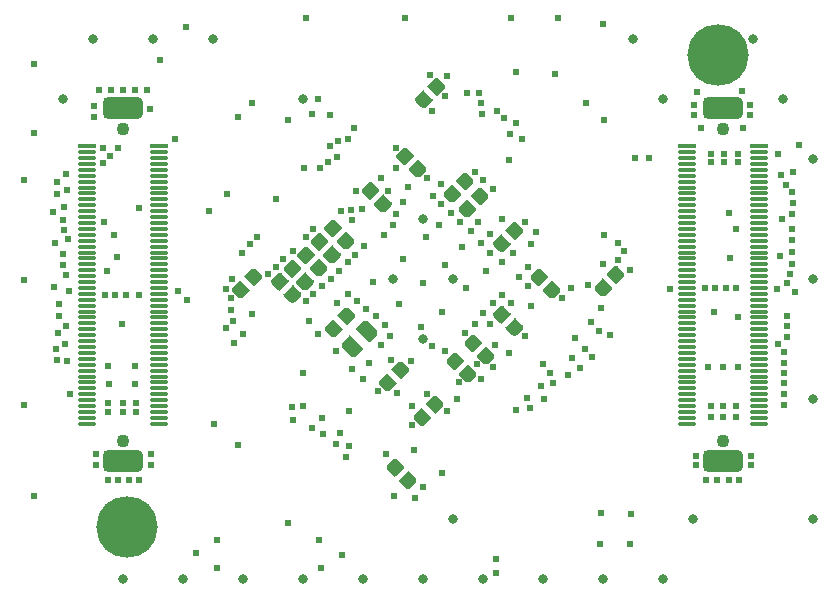
<source format=gbr>
%TF.GenerationSoftware,Altium Limited,Altium Designer,23.0.1 (38)*%
G04 Layer_Color=16711935*
%FSLAX45Y45*%
%MOMM*%
%TF.SameCoordinates,98E3409A-FA71-4B7D-AABF-4CEB4AF68500*%
%TF.FilePolarity,Negative*%
%TF.FileFunction,Soldermask,Bot*%
%TF.Part,Single*%
G01*
G75*
%TA.AperFunction,ComponentPad*%
%ADD29C,1.10000*%
%TA.AperFunction,ViaPad*%
%ADD30C,0.60960*%
%TA.AperFunction,SMDPad,CuDef*%
%ADD32O,1.60000X0.30000*%
%ADD33R,1.60000X0.30000*%
%TA.AperFunction,ComponentPad*%
%ADD52C,5.20320*%
%TA.AperFunction,ViaPad*%
%ADD53C,0.81280*%
%TA.AperFunction,SMDPad,CuDef*%
G04:AMPARAMS|DCode=54|XSize=1.8032mm|YSize=3.3032mm|CornerRadius=0.3016mm|HoleSize=0mm|Usage=FLASHONLY|Rotation=270.000|XOffset=0mm|YOffset=0mm|HoleType=Round|Shape=RoundedRectangle|*
%AMROUNDEDRECTD54*
21,1,1.80320,2.70000,0,0,270.0*
21,1,1.20000,3.30320,0,0,270.0*
1,1,0.60320,-1.35000,-0.60000*
1,1,0.60320,-1.35000,0.60000*
1,1,0.60320,1.35000,0.60000*
1,1,0.60320,1.35000,-0.60000*
%
%ADD54ROUNDEDRECTD54*%
G36*
X130194Y1699842D02*
X131501Y1699582D01*
X132762Y1699154D01*
X133956Y1698565D01*
X135064Y1697825D01*
X136065Y1696947D01*
X185647Y1647365D01*
X186525Y1646364D01*
X187265Y1645256D01*
X187854Y1644062D01*
X188282Y1642801D01*
X188542Y1641494D01*
X188629Y1640165D01*
Y1619036D01*
X188542Y1617707D01*
X188282Y1616401D01*
X187854Y1615140D01*
X187265Y1613945D01*
X186525Y1612838D01*
X185647Y1611837D01*
X129036Y1555226D01*
X128035Y1554348D01*
X126927Y1553608D01*
X125733Y1553019D01*
X124471Y1552591D01*
X123165Y1552331D01*
X121836Y1552244D01*
X120508Y1552331D01*
X119201Y1552591D01*
X117940Y1553019D01*
X116746Y1553608D01*
X115638Y1554348D01*
X114637Y1555226D01*
X43926Y1625937D01*
X43048Y1626938D01*
X42308Y1628046D01*
X41719Y1629240D01*
X41291Y1630501D01*
X41031Y1631808D01*
X40944Y1633136D01*
X41031Y1634465D01*
X41291Y1635772D01*
X41719Y1637033D01*
X41913Y1637428D01*
X42308Y1638227D01*
X43048Y1639335D01*
X43926Y1640336D01*
X100537Y1696947D01*
X101538Y1697825D01*
X102645Y1698565D01*
X103840Y1699154D01*
X105101Y1699582D01*
X106407Y1699842D01*
X107736Y1699929D01*
X128865D01*
X130194Y1699842D01*
D02*
G37*
G36*
X6492Y1597269D02*
X7799Y1597009D01*
X9060Y1596581D01*
X10254Y1595992D01*
X11362Y1595252D01*
X12363Y1594374D01*
X83074Y1523663D01*
X83952Y1522662D01*
X84692Y1521554D01*
X85281Y1520360D01*
X85709Y1519099D01*
X85969Y1517792D01*
X86056Y1516464D01*
X85969Y1515135D01*
X85709Y1513828D01*
X85281Y1512567D01*
X85087Y1512172D01*
X84692Y1511373D01*
X83952Y1510265D01*
X83074Y1509264D01*
X26463Y1452653D01*
X25462Y1451775D01*
X24355Y1451035D01*
X23160Y1450446D01*
X21899Y1450018D01*
X20593Y1449758D01*
X19264Y1449671D01*
X-1865D01*
X-3194Y1449758D01*
X-4500Y1450018D01*
X-5761Y1450446D01*
X-6956Y1451035D01*
X-8063Y1451775D01*
X-9065Y1452653D01*
X-58647Y1502235D01*
X-59525Y1503236D01*
X-60265Y1504344D01*
X-60854Y1505538D01*
X-61282Y1506799D01*
X-61542Y1508106D01*
X-61629Y1509435D01*
Y1530564D01*
X-61542Y1531893D01*
X-61282Y1533199D01*
X-60854Y1534460D01*
X-60265Y1535655D01*
X-59525Y1536762D01*
X-58647Y1537763D01*
X-2036Y1594374D01*
X-1035Y1595252D01*
X73Y1595992D01*
X1267Y1596581D01*
X2528Y1597009D01*
X3835Y1597269D01*
X5164Y1597356D01*
X6492Y1597269D01*
D02*
G37*
G36*
X-138739Y1109873D02*
X-137433Y1109613D01*
X-136171Y1109185D01*
X-134977Y1108596D01*
X-133869Y1107856D01*
X-132868Y1106978D01*
X-76257Y1050367D01*
X-75379Y1049366D01*
X-74639Y1048259D01*
X-74050Y1047064D01*
X-73622Y1045803D01*
X-73362Y1044497D01*
X-73275Y1043168D01*
X-73362Y1041839D01*
X-73622Y1040533D01*
X-74050Y1039271D01*
X-74639Y1038077D01*
X-75379Y1036969D01*
X-76257Y1035968D01*
X-146968Y965257D01*
X-147969Y964379D01*
X-149077Y963639D01*
X-150271Y963050D01*
X-151533Y962622D01*
X-152839Y962362D01*
X-154168Y962275D01*
X-155497Y962362D01*
X-156803Y962622D01*
X-158064Y963050D01*
X-158459Y963245D01*
X-159259Y963639D01*
X-160366Y964379D01*
X-161367Y965257D01*
X-217978Y1021868D01*
X-218856Y1022869D01*
X-219596Y1023977D01*
X-220185Y1025171D01*
X-220613Y1026433D01*
X-220873Y1027739D01*
X-220960Y1029068D01*
Y1050197D01*
X-220873Y1051525D01*
X-220613Y1052832D01*
X-220185Y1054093D01*
X-219596Y1055287D01*
X-218856Y1056395D01*
X-217978Y1057396D01*
X-168396Y1106978D01*
X-167395Y1107856D01*
X-166288Y1108596D01*
X-165093Y1109185D01*
X-163832Y1109613D01*
X-162526Y1109873D01*
X-161197Y1109960D01*
X-140068D01*
X-138739Y1109873D01*
D02*
G37*
G36*
X-36166Y1007301D02*
X-34860Y1007041D01*
X-33598Y1006613D01*
X-33204Y1006418D01*
X-32404Y1006024D01*
X-31297Y1005283D01*
X-30295Y1004405D01*
X26315Y947795D01*
X27193Y946793D01*
X27933Y945686D01*
X28523Y944492D01*
X28951Y943230D01*
X29211Y941924D01*
X29298Y940595D01*
Y919466D01*
X29211Y918137D01*
X28951Y916831D01*
X28523Y915570D01*
X27934Y914375D01*
X27193Y913268D01*
X26315Y912266D01*
X-23266Y862684D01*
X-24268Y861806D01*
X-25375Y861066D01*
X-26569Y860477D01*
X-27831Y860049D01*
X-29137Y859789D01*
X-30466Y859702D01*
X-51595D01*
X-52924Y859789D01*
X-54231Y860049D01*
X-55492Y860477D01*
X-56686Y861066D01*
X-57794Y861806D01*
X-58795Y862684D01*
X-115405Y919295D01*
X-116283Y920297D01*
X-117023Y921404D01*
X-117613Y922598D01*
X-118041Y923860D01*
X-118300Y925166D01*
X-118388Y926495D01*
X-118300Y927824D01*
X-118041Y929130D01*
X-117613Y930392D01*
X-117023Y931586D01*
X-116283Y932693D01*
X-115405Y933695D01*
X-44695Y1004405D01*
X-43693Y1005283D01*
X-42586Y1006024D01*
X-41392Y1006613D01*
X-40130Y1007041D01*
X-38824Y1007301D01*
X-37495Y1007388D01*
X-36166Y1007301D01*
D02*
G37*
G36*
X371494Y899742D02*
X372800Y899482D01*
X374061Y899054D01*
X375256Y898465D01*
X376363Y897725D01*
X377365Y896847D01*
X426947Y847265D01*
X427825Y846264D01*
X428565Y845156D01*
X429154Y843962D01*
X429582Y842701D01*
X429842Y841394D01*
X429929Y840065D01*
Y818936D01*
X429842Y817607D01*
X429582Y816301D01*
X429154Y815040D01*
X428565Y813845D01*
X427825Y812738D01*
X426947Y811737D01*
X370336Y755126D01*
X369335Y754248D01*
X368227Y753508D01*
X367033Y752919D01*
X365772Y752491D01*
X364465Y752231D01*
X363136Y752144D01*
X361808Y752231D01*
X360501Y752491D01*
X359240Y752919D01*
X358046Y753508D01*
X356938Y754248D01*
X355937Y755126D01*
X285226Y825837D01*
X284348Y826838D01*
X283608Y827946D01*
X283019Y829140D01*
X282591Y830401D01*
X282331Y831708D01*
X282244Y833036D01*
X282331Y834365D01*
X282591Y835672D01*
X283019Y836933D01*
X283213Y837328D01*
X283608Y838127D01*
X284348Y839235D01*
X285226Y840236D01*
X341837Y896847D01*
X342838Y897725D01*
X343945Y898465D01*
X345140Y899054D01*
X346401Y899482D01*
X347707Y899742D01*
X349036Y899829D01*
X370165D01*
X371494Y899742D01*
D02*
G37*
G36*
X-430839Y817773D02*
X-429533Y817513D01*
X-428271Y817085D01*
X-427077Y816496D01*
X-425969Y815756D01*
X-424968Y814878D01*
X-368357Y758267D01*
X-367479Y757266D01*
X-366739Y756159D01*
X-366150Y754964D01*
X-365722Y753703D01*
X-365462Y752397D01*
X-365375Y751068D01*
X-365462Y749739D01*
X-365722Y748433D01*
X-366150Y747171D01*
X-366739Y745977D01*
X-367479Y744869D01*
X-368357Y743868D01*
X-439068Y673157D01*
X-440069Y672279D01*
X-441177Y671539D01*
X-442371Y670950D01*
X-443633Y670522D01*
X-444939Y670262D01*
X-446268Y670175D01*
X-447597Y670262D01*
X-448903Y670522D01*
X-450164Y670950D01*
X-450559Y671145D01*
X-451359Y671539D01*
X-452466Y672279D01*
X-453467Y673157D01*
X-510078Y729768D01*
X-510956Y730769D01*
X-511696Y731877D01*
X-512285Y733071D01*
X-512713Y734333D01*
X-512973Y735639D01*
X-513060Y736968D01*
Y758097D01*
X-512973Y759425D01*
X-512713Y760732D01*
X-512285Y761993D01*
X-511696Y763187D01*
X-510956Y764295D01*
X-510078Y765296D01*
X-460496Y814878D01*
X-459495Y815756D01*
X-458388Y816496D01*
X-457193Y817085D01*
X-455932Y817513D01*
X-454626Y817773D01*
X-453297Y817860D01*
X-432168D01*
X-430839Y817773D01*
D02*
G37*
G36*
X247792Y797169D02*
X249099Y796909D01*
X250360Y796481D01*
X251554Y795892D01*
X252662Y795152D01*
X253663Y794274D01*
X324374Y723563D01*
X325252Y722562D01*
X325992Y721454D01*
X326581Y720260D01*
X327009Y718999D01*
X327269Y717692D01*
X327356Y716364D01*
X327269Y715035D01*
X327009Y713728D01*
X326581Y712467D01*
X326387Y712072D01*
X325992Y711273D01*
X325252Y710165D01*
X324374Y709164D01*
X267763Y652553D01*
X266762Y651675D01*
X265655Y650935D01*
X264460Y650346D01*
X263199Y649918D01*
X261893Y649658D01*
X260564Y649571D01*
X239435D01*
X238106Y649658D01*
X236799Y649918D01*
X235538Y650346D01*
X234344Y650935D01*
X233236Y651675D01*
X232235Y652553D01*
X182653Y702135D01*
X181775Y703136D01*
X181035Y704244D01*
X180446Y705438D01*
X180018Y706699D01*
X179758Y708006D01*
X179671Y709335D01*
Y730464D01*
X179758Y731793D01*
X180018Y733099D01*
X180446Y734360D01*
X181035Y735555D01*
X181775Y736662D01*
X182653Y737663D01*
X239264Y794274D01*
X240265Y795152D01*
X241373Y795892D01*
X242567Y796481D01*
X243829Y796909D01*
X245135Y797169D01*
X246464Y797256D01*
X247792Y797169D01*
D02*
G37*
G36*
X498494Y772742D02*
X499800Y772482D01*
X501061Y772054D01*
X502256Y771465D01*
X503363Y770725D01*
X504365Y769847D01*
X553947Y720265D01*
X554825Y719264D01*
X555565Y718156D01*
X556154Y716962D01*
X556582Y715701D01*
X556842Y714394D01*
X556929Y713065D01*
Y691936D01*
X556842Y690607D01*
X556582Y689301D01*
X556154Y688040D01*
X555565Y686845D01*
X554825Y685738D01*
X553947Y684737D01*
X497336Y628126D01*
X496335Y627248D01*
X495227Y626508D01*
X494033Y625919D01*
X492772Y625491D01*
X491465Y625231D01*
X490136Y625144D01*
X488808Y625231D01*
X487501Y625491D01*
X486240Y625919D01*
X485046Y626508D01*
X483938Y627248D01*
X482937Y628126D01*
X412226Y698837D01*
X411348Y699838D01*
X410608Y700946D01*
X410019Y702140D01*
X409591Y703401D01*
X409331Y704708D01*
X409244Y706036D01*
X409331Y707365D01*
X409591Y708672D01*
X410019Y709933D01*
X410213Y710328D01*
X410608Y711127D01*
X411348Y712235D01*
X412226Y713236D01*
X468837Y769847D01*
X469838Y770725D01*
X470945Y771465D01*
X472140Y772054D01*
X473401Y772482D01*
X474707Y772742D01*
X476036Y772829D01*
X497165D01*
X498494Y772742D01*
D02*
G37*
G36*
X-328266Y715200D02*
X-326960Y714941D01*
X-325698Y714513D01*
X-325304Y714318D01*
X-324504Y713924D01*
X-323397Y713183D01*
X-322395Y712305D01*
X-265785Y655695D01*
X-264907Y654693D01*
X-264167Y653586D01*
X-263577Y652392D01*
X-263149Y651130D01*
X-262889Y649824D01*
X-262802Y648495D01*
Y627366D01*
X-262889Y626037D01*
X-263149Y624731D01*
X-263577Y623470D01*
X-264166Y622275D01*
X-264907Y621168D01*
X-265785Y620166D01*
X-315366Y570584D01*
X-316368Y569706D01*
X-317475Y568966D01*
X-318669Y568377D01*
X-319931Y567949D01*
X-321237Y567689D01*
X-322566Y567602D01*
X-343695D01*
X-345024Y567689D01*
X-346331Y567949D01*
X-347592Y568377D01*
X-348786Y568966D01*
X-349894Y569706D01*
X-350895Y570584D01*
X-407505Y627195D01*
X-408383Y628197D01*
X-409123Y629304D01*
X-409713Y630498D01*
X-410141Y631760D01*
X-410400Y633066D01*
X-410488Y634395D01*
X-410400Y635724D01*
X-410141Y637030D01*
X-409713Y638292D01*
X-409123Y639486D01*
X-408383Y640593D01*
X-407505Y641595D01*
X-336795Y712305D01*
X-335793Y713183D01*
X-334686Y713924D01*
X-333492Y714513D01*
X-332230Y714941D01*
X-330924Y715200D01*
X-329595Y715288D01*
X-328266Y715200D01*
D02*
G37*
G36*
X374792Y670169D02*
X376099Y669909D01*
X377360Y669481D01*
X378554Y668892D01*
X379662Y668152D01*
X380663Y667274D01*
X451374Y596563D01*
X452252Y595562D01*
X452992Y594454D01*
X453581Y593260D01*
X454009Y591999D01*
X454269Y590692D01*
X454356Y589364D01*
X454269Y588035D01*
X454009Y586728D01*
X453581Y585467D01*
X453387Y585072D01*
X452992Y584273D01*
X452252Y583165D01*
X451374Y582164D01*
X394763Y525553D01*
X393762Y524675D01*
X392655Y523935D01*
X391460Y523346D01*
X390199Y522918D01*
X388893Y522658D01*
X387564Y522571D01*
X366435D01*
X365106Y522658D01*
X363799Y522918D01*
X362538Y523346D01*
X361344Y523935D01*
X360236Y524675D01*
X359235Y525553D01*
X309653Y575135D01*
X308775Y576136D01*
X308035Y577244D01*
X307446Y578438D01*
X307018Y579699D01*
X306758Y581006D01*
X306671Y582335D01*
Y603464D01*
X306758Y604793D01*
X307018Y606099D01*
X307446Y607360D01*
X308035Y608555D01*
X308775Y609662D01*
X309653Y610663D01*
X366264Y667274D01*
X367265Y668152D01*
X368373Y668892D01*
X369567Y669481D01*
X370829Y669909D01*
X372135Y670169D01*
X373464Y670256D01*
X374792Y670169D01*
D02*
G37*
G36*
X-748339Y500273D02*
X-747033Y500013D01*
X-745771Y499585D01*
X-744577Y498996D01*
X-743469Y498256D01*
X-742468Y497378D01*
X-685857Y440767D01*
X-684979Y439766D01*
X-684239Y438659D01*
X-683650Y437464D01*
X-683222Y436203D01*
X-682962Y434897D01*
X-682875Y433568D01*
X-682962Y432239D01*
X-683222Y430933D01*
X-683650Y429671D01*
X-684239Y428477D01*
X-684979Y427369D01*
X-685857Y426368D01*
X-756568Y355657D01*
X-757569Y354779D01*
X-758677Y354039D01*
X-759871Y353450D01*
X-761133Y353022D01*
X-762439Y352762D01*
X-763768Y352675D01*
X-765097Y352762D01*
X-766403Y353022D01*
X-767664Y353450D01*
X-768059Y353645D01*
X-768859Y354039D01*
X-769966Y354779D01*
X-770967Y355657D01*
X-827578Y412268D01*
X-828456Y413269D01*
X-829196Y414377D01*
X-829785Y415571D01*
X-830213Y416833D01*
X-830473Y418139D01*
X-830560Y419468D01*
Y440597D01*
X-830473Y441925D01*
X-830213Y443232D01*
X-829785Y444493D01*
X-829196Y445687D01*
X-828456Y446795D01*
X-827578Y447796D01*
X-777996Y497378D01*
X-776995Y498256D01*
X-775888Y498996D01*
X-774693Y499585D01*
X-773432Y500013D01*
X-772126Y500273D01*
X-770797Y500360D01*
X-749668D01*
X-748339Y500273D01*
D02*
G37*
G36*
X790594Y480642D02*
X791900Y480382D01*
X793161Y479954D01*
X794356Y479365D01*
X795463Y478625D01*
X796465Y477747D01*
X846047Y428165D01*
X846925Y427164D01*
X847665Y426056D01*
X848254Y424862D01*
X848682Y423601D01*
X848942Y422294D01*
X849029Y420965D01*
Y399836D01*
X848942Y398507D01*
X848682Y397201D01*
X848254Y395940D01*
X847665Y394745D01*
X846925Y393638D01*
X846047Y392637D01*
X789436Y336026D01*
X788435Y335148D01*
X787327Y334408D01*
X786133Y333819D01*
X784872Y333391D01*
X783565Y333131D01*
X782236Y333044D01*
X780908Y333131D01*
X779601Y333391D01*
X778340Y333819D01*
X777146Y334408D01*
X776038Y335148D01*
X775037Y336026D01*
X704326Y406737D01*
X703448Y407738D01*
X702708Y408846D01*
X702119Y410040D01*
X701691Y411301D01*
X701431Y412608D01*
X701344Y413936D01*
X701431Y415265D01*
X701691Y416572D01*
X702119Y417833D01*
X702313Y418228D01*
X702708Y419027D01*
X703448Y420135D01*
X704326Y421136D01*
X760937Y477747D01*
X761938Y478625D01*
X763045Y479365D01*
X764240Y479954D01*
X765501Y480382D01*
X766807Y480642D01*
X768136Y480729D01*
X789265D01*
X790594Y480642D01*
D02*
G37*
G36*
X-645766Y397700D02*
X-644460Y397441D01*
X-643198Y397013D01*
X-642804Y396818D01*
X-642004Y396424D01*
X-640897Y395683D01*
X-639895Y394805D01*
X-583285Y338195D01*
X-582407Y337193D01*
X-581667Y336086D01*
X-581077Y334892D01*
X-580649Y333630D01*
X-580389Y332324D01*
X-580302Y330995D01*
Y309866D01*
X-580389Y308537D01*
X-580649Y307231D01*
X-581077Y305970D01*
X-581666Y304775D01*
X-582407Y303668D01*
X-583285Y302666D01*
X-632866Y253084D01*
X-633868Y252206D01*
X-634975Y251466D01*
X-636169Y250877D01*
X-637431Y250449D01*
X-638737Y250189D01*
X-640066Y250102D01*
X-661195D01*
X-662524Y250189D01*
X-663831Y250449D01*
X-665092Y250877D01*
X-666286Y251466D01*
X-667394Y252206D01*
X-668395Y253084D01*
X-725005Y309695D01*
X-725883Y310697D01*
X-726623Y311804D01*
X-727213Y312998D01*
X-727641Y314260D01*
X-727901Y315566D01*
X-727988Y316895D01*
X-727901Y318224D01*
X-727641Y319530D01*
X-727213Y320792D01*
X-726623Y321986D01*
X-725883Y323093D01*
X-725005Y324095D01*
X-654295Y394805D01*
X-653293Y395683D01*
X-652186Y396424D01*
X-650992Y397013D01*
X-649730Y397441D01*
X-648424Y397700D01*
X-647095Y397788D01*
X-645766Y397700D01*
D02*
G37*
G36*
X-862639Y385973D02*
X-861333Y385713D01*
X-860071Y385285D01*
X-858877Y384696D01*
X-857769Y383956D01*
X-856768Y383078D01*
X-800157Y326467D01*
X-799279Y325466D01*
X-798539Y324359D01*
X-797950Y323164D01*
X-797522Y321903D01*
X-797262Y320597D01*
X-797175Y319268D01*
X-797262Y317939D01*
X-797522Y316633D01*
X-797950Y315371D01*
X-798539Y314177D01*
X-799279Y313069D01*
X-800157Y312068D01*
X-870868Y241357D01*
X-871869Y240479D01*
X-872977Y239739D01*
X-874171Y239150D01*
X-875433Y238722D01*
X-876739Y238462D01*
X-878068Y238375D01*
X-879397Y238462D01*
X-880703Y238722D01*
X-881964Y239150D01*
X-882359Y239345D01*
X-883159Y239739D01*
X-884266Y240479D01*
X-885267Y241357D01*
X-941878Y297968D01*
X-942756Y298969D01*
X-943496Y300077D01*
X-944085Y301271D01*
X-944513Y302533D01*
X-944773Y303839D01*
X-944860Y305168D01*
Y326297D01*
X-944773Y327625D01*
X-944513Y328932D01*
X-944085Y330193D01*
X-943496Y331387D01*
X-942756Y332495D01*
X-941878Y333496D01*
X-892296Y383078D01*
X-891295Y383956D01*
X-890188Y384696D01*
X-888993Y385285D01*
X-887732Y385713D01*
X-886426Y385973D01*
X-885097Y386060D01*
X-863968D01*
X-862639Y385973D01*
D02*
G37*
G36*
X666892Y378069D02*
X668199Y377809D01*
X669460Y377381D01*
X670654Y376792D01*
X671762Y376052D01*
X672763Y375174D01*
X743474Y304463D01*
X744352Y303462D01*
X745092Y302354D01*
X745681Y301160D01*
X746109Y299899D01*
X746369Y298592D01*
X746456Y297264D01*
X746369Y295935D01*
X746109Y294628D01*
X745681Y293367D01*
X745487Y292972D01*
X745092Y292173D01*
X744352Y291065D01*
X743474Y290064D01*
X686863Y233453D01*
X685862Y232575D01*
X684755Y231835D01*
X683560Y231246D01*
X682299Y230818D01*
X680993Y230558D01*
X679664Y230471D01*
X658535D01*
X657206Y230558D01*
X655899Y230818D01*
X654638Y231246D01*
X653444Y231835D01*
X652336Y232575D01*
X651335Y233453D01*
X601753Y283035D01*
X600875Y284036D01*
X600135Y285144D01*
X599546Y286338D01*
X599118Y287599D01*
X598858Y288906D01*
X598771Y290235D01*
Y311364D01*
X598858Y312693D01*
X599118Y313999D01*
X599546Y315260D01*
X600135Y316455D01*
X600875Y317562D01*
X601753Y318563D01*
X658364Y375174D01*
X659365Y376052D01*
X660473Y376792D01*
X661667Y377381D01*
X662929Y377809D01*
X664235Y378069D01*
X665564Y378156D01*
X666892Y378069D01*
D02*
G37*
G36*
X-760066Y283400D02*
X-758760Y283141D01*
X-757498Y282713D01*
X-757104Y282518D01*
X-756304Y282124D01*
X-755197Y281383D01*
X-754195Y280505D01*
X-697585Y223895D01*
X-696707Y222893D01*
X-695967Y221786D01*
X-695377Y220592D01*
X-694949Y219330D01*
X-694689Y218024D01*
X-694602Y216695D01*
Y195566D01*
X-694689Y194237D01*
X-694949Y192931D01*
X-695377Y191670D01*
X-695966Y190475D01*
X-696707Y189368D01*
X-697585Y188366D01*
X-747166Y138784D01*
X-748168Y137906D01*
X-749275Y137166D01*
X-750469Y136577D01*
X-751731Y136149D01*
X-753037Y135889D01*
X-754366Y135802D01*
X-775495D01*
X-776824Y135889D01*
X-778131Y136149D01*
X-779392Y136577D01*
X-780586Y137166D01*
X-781694Y137906D01*
X-782695Y138784D01*
X-839305Y195395D01*
X-840183Y196397D01*
X-840923Y197504D01*
X-841513Y198698D01*
X-841941Y199960D01*
X-842201Y201266D01*
X-842288Y202595D01*
X-842201Y203924D01*
X-841941Y205230D01*
X-841513Y206492D01*
X-840923Y207686D01*
X-840183Y208793D01*
X-839305Y209795D01*
X-768595Y280505D01*
X-767593Y281383D01*
X-766486Y282124D01*
X-765292Y282713D01*
X-764030Y283141D01*
X-762724Y283400D01*
X-761395Y283488D01*
X-760066Y283400D01*
D02*
G37*
G36*
X-976939Y271673D02*
X-975633Y271413D01*
X-974371Y270985D01*
X-973177Y270396D01*
X-972069Y269656D01*
X-971068Y268778D01*
X-914457Y212167D01*
X-913579Y211166D01*
X-912839Y210059D01*
X-912250Y208864D01*
X-911822Y207603D01*
X-911562Y206297D01*
X-911475Y204968D01*
X-911562Y203639D01*
X-911822Y202333D01*
X-912250Y201071D01*
X-912839Y199877D01*
X-913579Y198769D01*
X-914457Y197768D01*
X-985168Y127057D01*
X-986169Y126179D01*
X-987277Y125439D01*
X-988471Y124850D01*
X-989733Y124422D01*
X-991039Y124162D01*
X-992368Y124075D01*
X-993697Y124162D01*
X-995003Y124422D01*
X-996264Y124850D01*
X-996659Y125045D01*
X-997459Y125439D01*
X-998566Y126179D01*
X-999567Y127057D01*
X-1056178Y183668D01*
X-1057056Y184669D01*
X-1057796Y185777D01*
X-1058385Y186971D01*
X-1058813Y188233D01*
X-1059073Y189539D01*
X-1059160Y190868D01*
Y211997D01*
X-1059073Y213325D01*
X-1058813Y214632D01*
X-1058385Y215893D01*
X-1057796Y217087D01*
X-1057056Y218195D01*
X-1056178Y219196D01*
X-1006596Y268778D01*
X-1005595Y269656D01*
X-1004488Y270396D01*
X-1003293Y270985D01*
X-1002032Y271413D01*
X-1000726Y271673D01*
X-999397Y271760D01*
X-978268D01*
X-976939Y271673D01*
D02*
G37*
G36*
X-874366Y169100D02*
X-873060Y168841D01*
X-871798Y168413D01*
X-871404Y168218D01*
X-870604Y167824D01*
X-869497Y167083D01*
X-868495Y166205D01*
X-811885Y109595D01*
X-811007Y108593D01*
X-810267Y107486D01*
X-809677Y106292D01*
X-809249Y105030D01*
X-808989Y103724D01*
X-808902Y102395D01*
Y81266D01*
X-808989Y79937D01*
X-809249Y78631D01*
X-809677Y77370D01*
X-810266Y76175D01*
X-811007Y75068D01*
X-811885Y74066D01*
X-861466Y24484D01*
X-862468Y23606D01*
X-863575Y22866D01*
X-864769Y22277D01*
X-866031Y21849D01*
X-867337Y21589D01*
X-868666Y21502D01*
X-889795D01*
X-891124Y21589D01*
X-892431Y21849D01*
X-893692Y22277D01*
X-894886Y22866D01*
X-895994Y23606D01*
X-896995Y24484D01*
X-953605Y81095D01*
X-954483Y82097D01*
X-955223Y83204D01*
X-955813Y84398D01*
X-956241Y85660D01*
X-956501Y86966D01*
X-956588Y88295D01*
X-956501Y89624D01*
X-956241Y90930D01*
X-955813Y92192D01*
X-955223Y93386D01*
X-954483Y94493D01*
X-953605Y95495D01*
X-882895Y166205D01*
X-881893Y167083D01*
X-880786Y167824D01*
X-879592Y168413D01*
X-878330Y168841D01*
X-877024Y169100D01*
X-875695Y169188D01*
X-874366Y169100D01*
D02*
G37*
G36*
X-1091239Y157373D02*
X-1089933Y157113D01*
X-1088671Y156685D01*
X-1087477Y156096D01*
X-1086369Y155356D01*
X-1085368Y154478D01*
X-1028757Y97867D01*
X-1027879Y96866D01*
X-1027139Y95759D01*
X-1026550Y94564D01*
X-1026122Y93303D01*
X-1025862Y91997D01*
X-1025775Y90668D01*
X-1025862Y89339D01*
X-1026122Y88033D01*
X-1026550Y86771D01*
X-1027139Y85577D01*
X-1027879Y84469D01*
X-1028757Y83468D01*
X-1099468Y12757D01*
X-1100469Y11879D01*
X-1101577Y11139D01*
X-1102771Y10550D01*
X-1104033Y10122D01*
X-1105339Y9862D01*
X-1106668Y9775D01*
X-1107997Y9862D01*
X-1109303Y10122D01*
X-1110564Y10550D01*
X-1110959Y10745D01*
X-1111759Y11139D01*
X-1112866Y11879D01*
X-1113867Y12757D01*
X-1170478Y69368D01*
X-1171356Y70369D01*
X-1172096Y71477D01*
X-1172685Y72671D01*
X-1173113Y73933D01*
X-1173373Y75239D01*
X-1173460Y76568D01*
Y97697D01*
X-1173373Y99025D01*
X-1173113Y100332D01*
X-1172685Y101593D01*
X-1172096Y102787D01*
X-1171356Y103895D01*
X-1170478Y104896D01*
X-1120896Y154478D01*
X-1119895Y155356D01*
X-1118788Y156096D01*
X-1117593Y156685D01*
X-1116332Y157113D01*
X-1115026Y157373D01*
X-1113697Y157460D01*
X-1092568D01*
X-1091239Y157373D01*
D02*
G37*
G36*
X1648426Y106573D02*
X1649732Y106313D01*
X1650993Y105885D01*
X1652188Y105296D01*
X1653295Y104556D01*
X1654296Y103678D01*
X1703878Y54096D01*
X1704757Y53095D01*
X1705496Y51988D01*
X1706086Y50793D01*
X1706514Y49532D01*
X1706774Y48226D01*
X1706861Y46897D01*
Y25768D01*
X1706774Y24439D01*
X1706514Y23132D01*
X1706086Y21871D01*
X1705497Y20677D01*
X1704757Y19569D01*
X1703878Y18568D01*
X1647267Y-38043D01*
X1646266Y-38921D01*
X1645159Y-39661D01*
X1643964Y-40250D01*
X1642703Y-40678D01*
X1641397Y-40938D01*
X1640068Y-41025D01*
X1638739Y-40938D01*
X1637433Y-40678D01*
X1636171Y-40250D01*
X1634977Y-39661D01*
X1633869Y-38921D01*
X1632868Y-38043D01*
X1562157Y32668D01*
X1561279Y33669D01*
X1560539Y34777D01*
X1559950Y35971D01*
X1559522Y37233D01*
X1559262Y38539D01*
X1559175Y39868D01*
X1559262Y41197D01*
X1559522Y42503D01*
X1559950Y43764D01*
X1560145Y44159D01*
X1560539Y44959D01*
X1561279Y46066D01*
X1562157Y47067D01*
X1618768Y103678D01*
X1619769Y104556D01*
X1620877Y105296D01*
X1622071Y105885D01*
X1623333Y106313D01*
X1624639Y106573D01*
X1625968Y106660D01*
X1647097D01*
X1648426Y106573D01*
D02*
G37*
G36*
X998493Y86942D02*
X999799Y86682D01*
X1001060Y86254D01*
X1002255Y85665D01*
X1003362Y84925D01*
X1004363Y84047D01*
X1060974Y27436D01*
X1061852Y26435D01*
X1062592Y25327D01*
X1063181Y24133D01*
X1063609Y22871D01*
X1063869Y21565D01*
X1063956Y20236D01*
X1063869Y18908D01*
X1063609Y17601D01*
X1063181Y16340D01*
X1062592Y15146D01*
X1061852Y14038D01*
X1060974Y13037D01*
X990263Y-57674D01*
X989262Y-58552D01*
X988154Y-59292D01*
X986960Y-59881D01*
X985699Y-60309D01*
X984392Y-60569D01*
X983064Y-60656D01*
X981735Y-60569D01*
X980428Y-60309D01*
X979167Y-59881D01*
X978772Y-59687D01*
X977973Y-59292D01*
X976865Y-58552D01*
X975864Y-57674D01*
X919253Y-1063D01*
X918375Y-62D01*
X917635Y1045D01*
X917046Y2240D01*
X916618Y3501D01*
X916358Y4807D01*
X916271Y6136D01*
Y27265D01*
X916358Y28594D01*
X916618Y29901D01*
X917046Y31162D01*
X917635Y32356D01*
X918375Y33464D01*
X919253Y34465D01*
X968835Y84047D01*
X969836Y84925D01*
X970944Y85665D01*
X972138Y86254D01*
X973399Y86682D01*
X974706Y86942D01*
X976035Y87029D01*
X997164D01*
X998493Y86942D01*
D02*
G37*
G36*
X-1419206Y86942D02*
X-1417900Y86682D01*
X-1416639Y86254D01*
X-1415444Y85665D01*
X-1414337Y84925D01*
X-1413335Y84047D01*
X-1363753Y34465D01*
X-1362875Y33464D01*
X-1362135Y32356D01*
X-1361546Y31162D01*
X-1361118Y29901D01*
X-1360858Y28594D01*
X-1360771Y27265D01*
Y6136D01*
X-1360858Y4807D01*
X-1361118Y3501D01*
X-1361546Y2240D01*
X-1362135Y1045D01*
X-1362875Y-62D01*
X-1363753Y-1063D01*
X-1420364Y-57674D01*
X-1421365Y-58552D01*
X-1422473Y-59292D01*
X-1423667Y-59881D01*
X-1424928Y-60309D01*
X-1426235Y-60569D01*
X-1427564Y-60656D01*
X-1428892Y-60569D01*
X-1430199Y-60309D01*
X-1431460Y-59881D01*
X-1432654Y-59292D01*
X-1433762Y-58552D01*
X-1434763Y-57674D01*
X-1505474Y13037D01*
X-1506352Y14038D01*
X-1507092Y15146D01*
X-1507681Y16340D01*
X-1508109Y17601D01*
X-1508369Y18908D01*
X-1508456Y20236D01*
X-1508369Y21565D01*
X-1508109Y22872D01*
X-1507681Y24133D01*
X-1507487Y24528D01*
X-1507092Y25327D01*
X-1506352Y26435D01*
X-1505474Y27436D01*
X-1448863Y84047D01*
X-1447862Y84925D01*
X-1446755Y85665D01*
X-1445560Y86254D01*
X-1444299Y86682D01*
X-1442993Y86942D01*
X-1441664Y87029D01*
X-1420535D01*
X-1419206Y86942D01*
D02*
G37*
G36*
X-988666Y54800D02*
X-987360Y54541D01*
X-986098Y54113D01*
X-985704Y53918D01*
X-984904Y53524D01*
X-983797Y52783D01*
X-982795Y51905D01*
X-926185Y-4705D01*
X-925307Y-5707D01*
X-924567Y-6814D01*
X-923977Y-8008D01*
X-923549Y-9270D01*
X-923289Y-10576D01*
X-923202Y-11905D01*
Y-33034D01*
X-923289Y-34363D01*
X-923549Y-35669D01*
X-923977Y-36930D01*
X-924566Y-38125D01*
X-925307Y-39232D01*
X-926185Y-40234D01*
X-975766Y-89816D01*
X-976768Y-90694D01*
X-977875Y-91434D01*
X-979069Y-92023D01*
X-980331Y-92451D01*
X-981637Y-92711D01*
X-982966Y-92798D01*
X-1004095D01*
X-1005424Y-92711D01*
X-1006731Y-92451D01*
X-1007992Y-92023D01*
X-1009186Y-91434D01*
X-1010294Y-90694D01*
X-1011295Y-89816D01*
X-1067905Y-33205D01*
X-1068783Y-32203D01*
X-1069523Y-31096D01*
X-1070113Y-29902D01*
X-1070541Y-28640D01*
X-1070800Y-27334D01*
X-1070888Y-26005D01*
X-1070800Y-24676D01*
X-1070541Y-23370D01*
X-1070113Y-22108D01*
X-1069523Y-20914D01*
X-1068783Y-19807D01*
X-1067905Y-18805D01*
X-997195Y51905D01*
X-996193Y52783D01*
X-995086Y53524D01*
X-993892Y54113D01*
X-992630Y54541D01*
X-991324Y54800D01*
X-989995Y54888D01*
X-988666Y54800D01*
D02*
G37*
G36*
X-1198607Y48842D02*
X-1197301Y48582D01*
X-1196040Y48154D01*
X-1194845Y47565D01*
X-1193738Y46825D01*
X-1192737Y45947D01*
X-1136126Y-10664D01*
X-1135248Y-11665D01*
X-1134508Y-12773D01*
X-1133919Y-13967D01*
X-1133491Y-15228D01*
X-1133231Y-16535D01*
X-1133144Y-17864D01*
X-1133231Y-19192D01*
X-1133491Y-20499D01*
X-1133919Y-21760D01*
X-1134508Y-22954D01*
X-1135248Y-24062D01*
X-1136126Y-25063D01*
X-1206837Y-95774D01*
X-1207838Y-96652D01*
X-1208946Y-97392D01*
X-1210140Y-97981D01*
X-1211401Y-98409D01*
X-1212708Y-98669D01*
X-1214036Y-98756D01*
X-1215365Y-98669D01*
X-1216672Y-98409D01*
X-1217933Y-97981D01*
X-1218328Y-97787D01*
X-1219127Y-97392D01*
X-1220235Y-96652D01*
X-1221236Y-95774D01*
X-1277847Y-39163D01*
X-1278725Y-38162D01*
X-1279465Y-37055D01*
X-1280054Y-35860D01*
X-1280482Y-34599D01*
X-1280742Y-33293D01*
X-1280829Y-31964D01*
Y-10835D01*
X-1280742Y-9506D01*
X-1280482Y-8200D01*
X-1280054Y-6939D01*
X-1279465Y-5744D01*
X-1278725Y-4637D01*
X-1277847Y-3635D01*
X-1228265Y45947D01*
X-1227264Y46825D01*
X-1226156Y47565D01*
X-1224962Y48154D01*
X-1223701Y48582D01*
X-1222394Y48842D01*
X-1221065Y48929D01*
X-1199936D01*
X-1198607Y48842D01*
D02*
G37*
G36*
X1524724Y4000D02*
X1526030Y3741D01*
X1527292Y3313D01*
X1528486Y2723D01*
X1529593Y1983D01*
X1530595Y1105D01*
X1601305Y-69605D01*
X1602183Y-70607D01*
X1602924Y-71714D01*
X1603513Y-72908D01*
X1603941Y-74170D01*
X1604200Y-75476D01*
X1604288Y-76805D01*
X1604200Y-78134D01*
X1603941Y-79440D01*
X1603513Y-80702D01*
X1603318Y-81096D01*
X1602924Y-81896D01*
X1602183Y-83003D01*
X1601305Y-84005D01*
X1544695Y-140615D01*
X1543693Y-141493D01*
X1542586Y-142233D01*
X1541392Y-142823D01*
X1540130Y-143251D01*
X1538824Y-143511D01*
X1537495Y-143598D01*
X1516366D01*
X1515037Y-143511D01*
X1513731Y-143251D01*
X1512470Y-142823D01*
X1511275Y-142234D01*
X1510168Y-141493D01*
X1509167Y-140615D01*
X1459585Y-91034D01*
X1458707Y-90032D01*
X1457967Y-88925D01*
X1457377Y-87731D01*
X1456949Y-86469D01*
X1456689Y-85163D01*
X1456602Y-83834D01*
Y-62705D01*
X1456689Y-61376D01*
X1456949Y-60070D01*
X1457377Y-58809D01*
X1457966Y-57614D01*
X1458707Y-56507D01*
X1459585Y-55505D01*
X1516195Y1105D01*
X1517197Y1983D01*
X1518304Y2723D01*
X1519498Y3313D01*
X1520760Y3741D01*
X1522066Y4000D01*
X1523395Y4088D01*
X1524724Y4000D01*
D02*
G37*
G36*
X1101065Y-15631D02*
X1102372Y-15891D01*
X1103633Y-16319D01*
X1104028Y-16513D01*
X1104827Y-16908D01*
X1105935Y-17648D01*
X1106936Y-18526D01*
X1163547Y-75137D01*
X1164425Y-76138D01*
X1165165Y-77245D01*
X1165754Y-78440D01*
X1166182Y-79701D01*
X1166442Y-81007D01*
X1166529Y-82336D01*
Y-103465D01*
X1166442Y-104794D01*
X1166182Y-106100D01*
X1165754Y-107361D01*
X1165165Y-108556D01*
X1164425Y-109663D01*
X1163547Y-110665D01*
X1113965Y-160247D01*
X1112964Y-161125D01*
X1111856Y-161865D01*
X1110662Y-162454D01*
X1109401Y-162882D01*
X1108094Y-163142D01*
X1106765Y-163229D01*
X1085636D01*
X1084307Y-163142D01*
X1083001Y-162882D01*
X1081740Y-162454D01*
X1080545Y-161865D01*
X1079438Y-161125D01*
X1078437Y-160247D01*
X1021826Y-103636D01*
X1020948Y-102635D01*
X1020208Y-101527D01*
X1019619Y-100333D01*
X1019191Y-99072D01*
X1018931Y-97765D01*
X1018844Y-96436D01*
X1018931Y-95108D01*
X1019191Y-93801D01*
X1019619Y-92540D01*
X1020208Y-91346D01*
X1020948Y-90238D01*
X1021826Y-89237D01*
X1092537Y-18526D01*
X1093538Y-17648D01*
X1094646Y-16908D01*
X1095840Y-16319D01*
X1097101Y-15891D01*
X1098408Y-15631D01*
X1099736Y-15544D01*
X1101065Y-15631D01*
D02*
G37*
G36*
X-1542908D02*
X-1541601Y-15891D01*
X-1540340Y-16319D01*
X-1539146Y-16908D01*
X-1538038Y-17648D01*
X-1537037Y-18526D01*
X-1466326Y-89237D01*
X-1465448Y-90238D01*
X-1464708Y-91346D01*
X-1464119Y-92540D01*
X-1463691Y-93801D01*
X-1463431Y-95108D01*
X-1463344Y-96436D01*
X-1463431Y-97765D01*
X-1463691Y-99072D01*
X-1464119Y-100333D01*
X-1464313Y-100728D01*
X-1464708Y-101527D01*
X-1465448Y-102635D01*
X-1466326Y-103636D01*
X-1522937Y-160247D01*
X-1523938Y-161125D01*
X-1525045Y-161865D01*
X-1526240Y-162454D01*
X-1527501Y-162882D01*
X-1528807Y-163142D01*
X-1530136Y-163229D01*
X-1551265D01*
X-1552594Y-163142D01*
X-1553901Y-162882D01*
X-1555162Y-162454D01*
X-1556356Y-161865D01*
X-1557464Y-161125D01*
X-1558465Y-160247D01*
X-1608047Y-110665D01*
X-1608925Y-109664D01*
X-1609665Y-108556D01*
X-1610254Y-107362D01*
X-1610682Y-106101D01*
X-1610942Y-104794D01*
X-1611029Y-103465D01*
Y-82336D01*
X-1610942Y-81007D01*
X-1610682Y-79701D01*
X-1610254Y-78440D01*
X-1609665Y-77245D01*
X-1608925Y-76138D01*
X-1608047Y-75137D01*
X-1551436Y-18526D01*
X-1550435Y-17648D01*
X-1549327Y-16908D01*
X-1548133Y-16319D01*
X-1546871Y-15891D01*
X-1545565Y-15631D01*
X-1544236Y-15544D01*
X-1542908Y-15631D01*
D02*
G37*
G36*
X-1096035Y-53731D02*
X-1094728Y-53991D01*
X-1093467Y-54419D01*
X-1093072Y-54613D01*
X-1092273Y-55008D01*
X-1091165Y-55748D01*
X-1090164Y-56626D01*
X-1033553Y-113237D01*
X-1032675Y-114238D01*
X-1031935Y-115345D01*
X-1031346Y-116540D01*
X-1030918Y-117801D01*
X-1030658Y-119107D01*
X-1030571Y-120436D01*
Y-141565D01*
X-1030658Y-142894D01*
X-1030918Y-144201D01*
X-1031346Y-145462D01*
X-1031935Y-146656D01*
X-1032675Y-147764D01*
X-1033553Y-148765D01*
X-1083135Y-198347D01*
X-1084136Y-199225D01*
X-1085244Y-199965D01*
X-1086438Y-200554D01*
X-1087699Y-200982D01*
X-1089006Y-201242D01*
X-1090335Y-201329D01*
X-1111464D01*
X-1112793Y-201242D01*
X-1114099Y-200982D01*
X-1115360Y-200554D01*
X-1116555Y-199965D01*
X-1117662Y-199225D01*
X-1118663Y-198347D01*
X-1175274Y-141736D01*
X-1176152Y-140735D01*
X-1176892Y-139627D01*
X-1177481Y-138433D01*
X-1177909Y-137171D01*
X-1178169Y-135865D01*
X-1178256Y-134536D01*
X-1178169Y-133208D01*
X-1177909Y-131901D01*
X-1177481Y-130640D01*
X-1176892Y-129446D01*
X-1176152Y-128338D01*
X-1175274Y-127337D01*
X-1104563Y-56626D01*
X-1103562Y-55748D01*
X-1102454Y-55008D01*
X-1101260Y-54419D01*
X-1099999Y-53991D01*
X-1098692Y-53731D01*
X-1097364Y-53644D01*
X-1096035Y-53731D01*
D02*
G37*
G36*
X680993Y-230558D02*
X682299Y-230818D01*
X683560Y-231246D01*
X684755Y-231835D01*
X685862Y-232575D01*
X686863Y-233453D01*
X743474Y-290064D01*
X744352Y-291065D01*
X745092Y-292173D01*
X745681Y-293367D01*
X746109Y-294629D01*
X746369Y-295935D01*
X746456Y-297264D01*
X746369Y-298592D01*
X746109Y-299899D01*
X745681Y-301160D01*
X745092Y-302354D01*
X744352Y-303462D01*
X743474Y-304463D01*
X672763Y-375174D01*
X671762Y-376052D01*
X670654Y-376792D01*
X669460Y-377381D01*
X668199Y-377809D01*
X666892Y-378069D01*
X665564Y-378156D01*
X664235Y-378069D01*
X662928Y-377809D01*
X661667Y-377381D01*
X661272Y-377187D01*
X660473Y-376792D01*
X659365Y-376052D01*
X658364Y-375174D01*
X601753Y-318563D01*
X600875Y-317562D01*
X600135Y-316455D01*
X599546Y-315260D01*
X599118Y-313999D01*
X598858Y-312693D01*
X598771Y-311364D01*
Y-290235D01*
X598858Y-288906D01*
X599118Y-287599D01*
X599546Y-286338D01*
X600135Y-285144D01*
X600875Y-284036D01*
X601753Y-283035D01*
X651335Y-233453D01*
X652336Y-232575D01*
X653444Y-231835D01*
X654638Y-231246D01*
X655899Y-230818D01*
X657206Y-230558D01*
X658535Y-230471D01*
X679664D01*
X680993Y-230558D01*
D02*
G37*
G36*
X-631806Y-243258D02*
X-630499Y-243518D01*
X-629238Y-243946D01*
X-628044Y-244535D01*
X-626936Y-245275D01*
X-625935Y-246153D01*
X-576353Y-295735D01*
X-575475Y-296736D01*
X-574735Y-297844D01*
X-574146Y-299038D01*
X-573718Y-300299D01*
X-573458Y-301606D01*
X-573371Y-302935D01*
Y-324064D01*
X-573458Y-325393D01*
X-573718Y-326699D01*
X-574146Y-327960D01*
X-574735Y-329155D01*
X-575475Y-330262D01*
X-576353Y-331263D01*
X-632964Y-387874D01*
X-633965Y-388752D01*
X-635073Y-389492D01*
X-636267Y-390081D01*
X-637529Y-390509D01*
X-638835Y-390769D01*
X-640164Y-390856D01*
X-641492Y-390769D01*
X-642799Y-390509D01*
X-644060Y-390081D01*
X-645254Y-389492D01*
X-646362Y-388752D01*
X-647363Y-387874D01*
X-718074Y-317163D01*
X-718952Y-316162D01*
X-719692Y-315054D01*
X-720281Y-313860D01*
X-720709Y-312599D01*
X-720969Y-311292D01*
X-721056Y-309964D01*
X-720969Y-308635D01*
X-720709Y-307328D01*
X-720281Y-306067D01*
X-720087Y-305672D01*
X-719692Y-304873D01*
X-718952Y-303765D01*
X-718074Y-302764D01*
X-661463Y-246153D01*
X-660462Y-245275D01*
X-659355Y-244535D01*
X-658160Y-243946D01*
X-656899Y-243518D01*
X-655593Y-243258D01*
X-654264Y-243171D01*
X-633135D01*
X-631806Y-243258D01*
D02*
G37*
G36*
X783565Y-333131D02*
X784872Y-333391D01*
X786133Y-333819D01*
X786528Y-334013D01*
X787327Y-334408D01*
X788435Y-335148D01*
X789436Y-336026D01*
X846047Y-392637D01*
X846925Y-393638D01*
X847665Y-394745D01*
X848254Y-395940D01*
X848682Y-397201D01*
X848942Y-398507D01*
X849029Y-399836D01*
Y-420965D01*
X848942Y-422294D01*
X848682Y-423600D01*
X848254Y-424861D01*
X847665Y-426056D01*
X846925Y-427163D01*
X846047Y-428165D01*
X796465Y-477747D01*
X795464Y-478625D01*
X794356Y-479365D01*
X793162Y-479954D01*
X791901Y-480382D01*
X790594Y-480642D01*
X789265Y-480729D01*
X768136D01*
X766807Y-480642D01*
X765501Y-480382D01*
X764240Y-479954D01*
X763045Y-479365D01*
X761938Y-478625D01*
X760937Y-477747D01*
X704326Y-421136D01*
X703448Y-420135D01*
X702708Y-419027D01*
X702119Y-417833D01*
X701691Y-416572D01*
X701431Y-415265D01*
X701344Y-413936D01*
X701431Y-412608D01*
X701691Y-411301D01*
X702119Y-410040D01*
X702708Y-408846D01*
X703448Y-407738D01*
X704326Y-406737D01*
X775037Y-336026D01*
X776038Y-335148D01*
X777146Y-334408D01*
X778340Y-333819D01*
X779601Y-333391D01*
X780908Y-333131D01*
X782236Y-333044D01*
X783565Y-333131D01*
D02*
G37*
G36*
X-755508Y-345831D02*
X-754201Y-346091D01*
X-752940Y-346519D01*
X-751746Y-347108D01*
X-750638Y-347848D01*
X-749637Y-348726D01*
X-678926Y-419437D01*
X-678048Y-420438D01*
X-677308Y-421546D01*
X-676719Y-422740D01*
X-676291Y-424001D01*
X-676031Y-425308D01*
X-675944Y-426636D01*
X-676031Y-427965D01*
X-676291Y-429272D01*
X-676719Y-430533D01*
X-676913Y-430928D01*
X-677308Y-431727D01*
X-678048Y-432835D01*
X-678926Y-433836D01*
X-735537Y-490447D01*
X-736538Y-491325D01*
X-737645Y-492065D01*
X-738840Y-492654D01*
X-740101Y-493082D01*
X-741407Y-493342D01*
X-742736Y-493429D01*
X-763865D01*
X-765194Y-493342D01*
X-766500Y-493082D01*
X-767761Y-492654D01*
X-768956Y-492065D01*
X-770063Y-491325D01*
X-771065Y-490447D01*
X-820647Y-440865D01*
X-821525Y-439864D01*
X-822265Y-438756D01*
X-822854Y-437562D01*
X-823282Y-436301D01*
X-823542Y-434994D01*
X-823629Y-433665D01*
Y-412536D01*
X-823542Y-411207D01*
X-823282Y-409901D01*
X-822854Y-408640D01*
X-822265Y-407445D01*
X-821525Y-406338D01*
X-820647Y-405337D01*
X-764036Y-348726D01*
X-763035Y-347848D01*
X-761927Y-347108D01*
X-760733Y-346519D01*
X-759472Y-346091D01*
X-758165Y-345831D01*
X-756836Y-345744D01*
X-755508Y-345831D01*
D02*
G37*
G36*
X-468431Y-357726D02*
X-467102Y-357814D01*
X-465795Y-358073D01*
X-464534Y-358501D01*
X-463340Y-359091D01*
X-462232Y-359831D01*
X-461231Y-360709D01*
X-386108Y-435831D01*
X-385230Y-436833D01*
X-384490Y-437940D01*
X-383901Y-439134D01*
X-383473Y-440396D01*
X-383213Y-441702D01*
X-383126Y-443031D01*
Y-470438D01*
X-383213Y-471767D01*
X-383473Y-473074D01*
X-383901Y-474335D01*
X-384490Y-475529D01*
X-385230Y-476637D01*
X-386108Y-477638D01*
X-443115Y-534645D01*
X-444117Y-535523D01*
X-445224Y-536263D01*
X-446418Y-536852D01*
X-447680Y-537280D01*
X-448986Y-537540D01*
X-450315Y-537627D01*
X-451644Y-537540D01*
X-452950Y-537280D01*
X-454212Y-536852D01*
X-454606Y-536658D01*
X-455406Y-536263D01*
X-456513Y-535523D01*
X-457515Y-534645D01*
X-560045Y-432115D01*
X-560923Y-431113D01*
X-561663Y-430006D01*
X-562252Y-428812D01*
X-562680Y-427550D01*
X-562940Y-426244D01*
X-563027Y-424915D01*
X-562940Y-423586D01*
X-562680Y-422280D01*
X-562252Y-421018D01*
X-561663Y-419824D01*
X-560923Y-418717D01*
X-560045Y-417715D01*
X-503038Y-360708D01*
X-502037Y-359830D01*
X-500929Y-359090D01*
X-499735Y-358501D01*
X-498474Y-358073D01*
X-497167Y-357813D01*
X-495838Y-357726D01*
X-468431Y-357726D01*
D02*
G37*
G36*
X439693Y-471858D02*
X440999Y-472118D01*
X442260Y-472546D01*
X443455Y-473135D01*
X444562Y-473875D01*
X445563Y-474753D01*
X502174Y-531364D01*
X503052Y-532365D01*
X503792Y-533473D01*
X504381Y-534667D01*
X504809Y-535929D01*
X505069Y-537235D01*
X505156Y-538564D01*
X505069Y-539892D01*
X504809Y-541199D01*
X504381Y-542460D01*
X503792Y-543654D01*
X503052Y-544762D01*
X502174Y-545763D01*
X431463Y-616474D01*
X430462Y-617352D01*
X429354Y-618092D01*
X428160Y-618681D01*
X426899Y-619109D01*
X425592Y-619369D01*
X424264Y-619456D01*
X422935Y-619369D01*
X421628Y-619109D01*
X420367Y-618681D01*
X419972Y-618487D01*
X419173Y-618092D01*
X418065Y-617352D01*
X417064Y-616474D01*
X360453Y-559863D01*
X359575Y-558862D01*
X358835Y-557755D01*
X358246Y-556560D01*
X357818Y-555299D01*
X357558Y-553993D01*
X357471Y-552664D01*
Y-531535D01*
X357558Y-530206D01*
X357818Y-528899D01*
X358246Y-527638D01*
X358835Y-526444D01*
X359575Y-525336D01*
X360453Y-524335D01*
X410035Y-474753D01*
X411036Y-473875D01*
X412144Y-473135D01*
X413338Y-472546D01*
X414599Y-472118D01*
X415906Y-471858D01*
X417235Y-471771D01*
X438364D01*
X439693Y-471858D01*
D02*
G37*
G36*
X-615156Y-478460D02*
X-613850Y-478720D01*
X-612588Y-479148D01*
X-612194Y-479342D01*
X-611394Y-479737D01*
X-610287Y-480477D01*
X-609285Y-481355D01*
X-506755Y-583885D01*
X-505877Y-584887D01*
X-505137Y-585994D01*
X-504548Y-587188D01*
X-504120Y-588450D01*
X-503860Y-589756D01*
X-503773Y-591085D01*
X-503860Y-592414D01*
X-504120Y-593720D01*
X-504548Y-594982D01*
X-505137Y-596176D01*
X-505877Y-597283D01*
X-506755Y-598285D01*
X-563762Y-655292D01*
X-564763Y-656170D01*
X-565871Y-656910D01*
X-567065Y-657499D01*
X-568326Y-657927D01*
X-569633Y-658187D01*
X-570962Y-658274D01*
X-598369D01*
X-599698Y-658187D01*
X-601004Y-657927D01*
X-602265Y-657499D01*
X-603460Y-656910D01*
X-604567Y-656170D01*
X-605569Y-655292D01*
X-680691Y-580169D01*
X-681569Y-579167D01*
X-682309Y-578060D01*
X-682899Y-576866D01*
X-683327Y-575604D01*
X-683586Y-574298D01*
X-683674Y-572969D01*
Y-545561D01*
X-683586Y-544232D01*
X-683327Y-542926D01*
X-682899Y-541665D01*
X-682309Y-540470D01*
X-681569Y-539363D01*
X-680691Y-538362D01*
X-623685Y-481355D01*
X-622683Y-480477D01*
X-621576Y-479737D01*
X-620382Y-479148D01*
X-619120Y-478720D01*
X-617814Y-478460D01*
X-616485Y-478373D01*
X-615156Y-478460D01*
D02*
G37*
G36*
X542265Y-574431D02*
X543572Y-574691D01*
X544833Y-575119D01*
X545228Y-575313D01*
X546027Y-575708D01*
X547135Y-576448D01*
X548136Y-577326D01*
X604747Y-633937D01*
X605625Y-634938D01*
X606365Y-636045D01*
X606954Y-637240D01*
X607382Y-638501D01*
X607642Y-639807D01*
X607729Y-641136D01*
Y-662265D01*
X607642Y-663594D01*
X607382Y-664900D01*
X606954Y-666161D01*
X606365Y-667356D01*
X605625Y-668463D01*
X604747Y-669465D01*
X555165Y-719047D01*
X554164Y-719925D01*
X553056Y-720665D01*
X551862Y-721254D01*
X550601Y-721682D01*
X549294Y-721942D01*
X547965Y-722029D01*
X526836D01*
X525507Y-721942D01*
X524201Y-721682D01*
X522940Y-721254D01*
X521745Y-720665D01*
X520638Y-719925D01*
X519637Y-719047D01*
X463026Y-662436D01*
X462148Y-661435D01*
X461408Y-660327D01*
X460819Y-659133D01*
X460391Y-657872D01*
X460131Y-656565D01*
X460044Y-655236D01*
X460131Y-653908D01*
X460391Y-652601D01*
X460819Y-651340D01*
X461408Y-650146D01*
X462148Y-649038D01*
X463026Y-648037D01*
X533737Y-577326D01*
X534738Y-576448D01*
X535846Y-575708D01*
X537040Y-575119D01*
X538301Y-574691D01*
X539608Y-574431D01*
X540936Y-574344D01*
X542265Y-574431D01*
D02*
G37*
G36*
X287293Y-624258D02*
X288599Y-624518D01*
X289860Y-624946D01*
X291055Y-625535D01*
X292162Y-626275D01*
X293163Y-627153D01*
X349774Y-683764D01*
X350652Y-684765D01*
X351392Y-685873D01*
X351981Y-687067D01*
X352409Y-688329D01*
X352669Y-689635D01*
X352756Y-690964D01*
X352669Y-692292D01*
X352409Y-693599D01*
X351981Y-694860D01*
X351392Y-696054D01*
X350652Y-697162D01*
X349774Y-698163D01*
X279063Y-768874D01*
X278062Y-769752D01*
X276954Y-770492D01*
X275760Y-771081D01*
X274499Y-771509D01*
X273192Y-771769D01*
X271864Y-771856D01*
X270535Y-771769D01*
X269228Y-771509D01*
X267967Y-771081D01*
X267572Y-770887D01*
X266773Y-770492D01*
X265665Y-769752D01*
X264664Y-768874D01*
X208053Y-712263D01*
X207175Y-711262D01*
X206435Y-710155D01*
X205846Y-708960D01*
X205418Y-707699D01*
X205158Y-706393D01*
X205071Y-705064D01*
Y-683935D01*
X205158Y-682606D01*
X205418Y-681299D01*
X205846Y-680038D01*
X206435Y-678844D01*
X207175Y-677736D01*
X208053Y-676735D01*
X257635Y-627153D01*
X258636Y-626275D01*
X259744Y-625535D01*
X260938Y-624946D01*
X262199Y-624518D01*
X263506Y-624258D01*
X264835Y-624171D01*
X285964D01*
X287293Y-624258D01*
D02*
G37*
G36*
X-174606Y-700458D02*
X-173299Y-700718D01*
X-172038Y-701146D01*
X-170844Y-701735D01*
X-169736Y-702475D01*
X-168735Y-703353D01*
X-119153Y-752935D01*
X-118275Y-753936D01*
X-117535Y-755044D01*
X-116946Y-756238D01*
X-116518Y-757499D01*
X-116258Y-758806D01*
X-116171Y-760135D01*
Y-781264D01*
X-116258Y-782593D01*
X-116518Y-783899D01*
X-116946Y-785160D01*
X-117535Y-786355D01*
X-118275Y-787462D01*
X-119153Y-788463D01*
X-175764Y-845074D01*
X-176765Y-845952D01*
X-177873Y-846692D01*
X-179067Y-847281D01*
X-180329Y-847709D01*
X-181635Y-847969D01*
X-182964Y-848056D01*
X-184292Y-847969D01*
X-185599Y-847709D01*
X-186860Y-847281D01*
X-188054Y-846692D01*
X-189162Y-845952D01*
X-190163Y-845074D01*
X-260874Y-774363D01*
X-261752Y-773362D01*
X-262492Y-772254D01*
X-263081Y-771060D01*
X-263509Y-769799D01*
X-263769Y-768492D01*
X-263856Y-767164D01*
X-263769Y-765835D01*
X-263509Y-764528D01*
X-263081Y-763267D01*
X-262887Y-762872D01*
X-262492Y-762073D01*
X-261752Y-760965D01*
X-260874Y-759964D01*
X-204263Y-703353D01*
X-203262Y-702475D01*
X-202155Y-701735D01*
X-200960Y-701146D01*
X-199699Y-700718D01*
X-198393Y-700458D01*
X-197064Y-700371D01*
X-175935D01*
X-174606Y-700458D01*
D02*
G37*
G36*
X389865Y-726831D02*
X391172Y-727091D01*
X392433Y-727519D01*
X392828Y-727713D01*
X393627Y-728108D01*
X394735Y-728848D01*
X395736Y-729726D01*
X452347Y-786337D01*
X453225Y-787338D01*
X453965Y-788445D01*
X454554Y-789640D01*
X454982Y-790901D01*
X455242Y-792207D01*
X455329Y-793536D01*
Y-814665D01*
X455242Y-815994D01*
X454982Y-817300D01*
X454554Y-818561D01*
X453965Y-819756D01*
X453225Y-820863D01*
X452347Y-821865D01*
X402765Y-871447D01*
X401764Y-872325D01*
X400656Y-873065D01*
X399462Y-873654D01*
X398201Y-874082D01*
X396894Y-874342D01*
X395565Y-874429D01*
X374436D01*
X373107Y-874342D01*
X371801Y-874082D01*
X370540Y-873654D01*
X369345Y-873065D01*
X368238Y-872325D01*
X367237Y-871447D01*
X310626Y-814836D01*
X309748Y-813835D01*
X309008Y-812727D01*
X308419Y-811533D01*
X307991Y-810272D01*
X307731Y-808965D01*
X307644Y-807636D01*
X307731Y-806308D01*
X307991Y-805001D01*
X308419Y-803740D01*
X309008Y-802546D01*
X309748Y-801438D01*
X310626Y-800437D01*
X381337Y-729726D01*
X382338Y-728848D01*
X383446Y-728108D01*
X384640Y-727519D01*
X385901Y-727091D01*
X387208Y-726831D01*
X388536Y-726744D01*
X389865Y-726831D01*
D02*
G37*
G36*
X-298308Y-803031D02*
X-297001Y-803291D01*
X-295740Y-803719D01*
X-294546Y-804308D01*
X-293438Y-805048D01*
X-292437Y-805926D01*
X-221726Y-876637D01*
X-220848Y-877638D01*
X-220108Y-878746D01*
X-219519Y-879940D01*
X-219091Y-881201D01*
X-218831Y-882508D01*
X-218744Y-883836D01*
X-218831Y-885165D01*
X-219091Y-886472D01*
X-219519Y-887733D01*
X-219713Y-888128D01*
X-220108Y-888927D01*
X-220848Y-890035D01*
X-221726Y-891036D01*
X-278337Y-947647D01*
X-279338Y-948525D01*
X-280445Y-949265D01*
X-281640Y-949854D01*
X-282901Y-950282D01*
X-284207Y-950542D01*
X-285536Y-950629D01*
X-306665D01*
X-307994Y-950542D01*
X-309300Y-950282D01*
X-310561Y-949854D01*
X-311756Y-949265D01*
X-312863Y-948525D01*
X-313865Y-947647D01*
X-363447Y-898065D01*
X-364325Y-897064D01*
X-365065Y-895956D01*
X-365654Y-894762D01*
X-366082Y-893501D01*
X-366342Y-892194D01*
X-366429Y-890865D01*
Y-869736D01*
X-366342Y-868407D01*
X-366082Y-867101D01*
X-365654Y-865840D01*
X-365065Y-864645D01*
X-364325Y-863538D01*
X-363447Y-862537D01*
X-306836Y-805926D01*
X-305835Y-805048D01*
X-304727Y-804308D01*
X-303533Y-803719D01*
X-302272Y-803291D01*
X-300965Y-803031D01*
X-299636Y-802944D01*
X-298308Y-803031D01*
D02*
G37*
G36*
X117494Y-992558D02*
X118801Y-992818D01*
X120062Y-993246D01*
X121256Y-993835D01*
X122364Y-994575D01*
X123365Y-995453D01*
X172947Y-1045035D01*
X173825Y-1046036D01*
X174565Y-1047144D01*
X175154Y-1048338D01*
X175582Y-1049599D01*
X175842Y-1050906D01*
X175929Y-1052235D01*
Y-1073364D01*
X175842Y-1074693D01*
X175582Y-1075999D01*
X175154Y-1077260D01*
X174565Y-1078455D01*
X173825Y-1079562D01*
X172947Y-1080563D01*
X116336Y-1137174D01*
X115335Y-1138052D01*
X114227Y-1138792D01*
X113033Y-1139381D01*
X111771Y-1139809D01*
X110465Y-1140069D01*
X109136Y-1140156D01*
X107808Y-1140069D01*
X106501Y-1139809D01*
X105240Y-1139381D01*
X104046Y-1138792D01*
X102938Y-1138052D01*
X101937Y-1137174D01*
X31226Y-1066463D01*
X30348Y-1065462D01*
X29608Y-1064354D01*
X29019Y-1063160D01*
X28591Y-1061899D01*
X28331Y-1060592D01*
X28244Y-1059264D01*
X28331Y-1057935D01*
X28591Y-1056628D01*
X29019Y-1055367D01*
X29213Y-1054972D01*
X29608Y-1054173D01*
X30348Y-1053065D01*
X31226Y-1052064D01*
X87837Y-995453D01*
X88838Y-994575D01*
X89945Y-993835D01*
X91140Y-993246D01*
X92401Y-992818D01*
X93707Y-992558D01*
X95036Y-992471D01*
X116165D01*
X117494Y-992558D01*
D02*
G37*
G36*
X-6208Y-1095131D02*
X-4901Y-1095391D01*
X-3640Y-1095819D01*
X-2446Y-1096408D01*
X-1338Y-1097148D01*
X-337Y-1098026D01*
X70374Y-1168737D01*
X71252Y-1169738D01*
X71992Y-1170846D01*
X72581Y-1172040D01*
X73009Y-1173301D01*
X73269Y-1174608D01*
X73356Y-1175936D01*
X73269Y-1177265D01*
X73009Y-1178572D01*
X72581Y-1179833D01*
X72387Y-1180228D01*
X71992Y-1181027D01*
X71252Y-1182135D01*
X70374Y-1183136D01*
X13763Y-1239747D01*
X12762Y-1240625D01*
X11655Y-1241365D01*
X10460Y-1241954D01*
X9199Y-1242382D01*
X7893Y-1242642D01*
X6564Y-1242729D01*
X-14565D01*
X-15894Y-1242642D01*
X-17200Y-1242382D01*
X-18461Y-1241954D01*
X-19656Y-1241365D01*
X-20763Y-1240625D01*
X-21765Y-1239747D01*
X-71347Y-1190165D01*
X-72225Y-1189164D01*
X-72965Y-1188056D01*
X-73554Y-1186862D01*
X-73982Y-1185601D01*
X-74242Y-1184294D01*
X-74329Y-1182965D01*
Y-1161836D01*
X-74242Y-1160507D01*
X-73982Y-1159201D01*
X-73554Y-1157940D01*
X-72965Y-1156745D01*
X-72225Y-1155638D01*
X-71347Y-1154637D01*
X-14736Y-1098026D01*
X-13735Y-1097148D01*
X-12627Y-1096408D01*
X-11433Y-1095819D01*
X-10172Y-1095391D01*
X-8865Y-1095131D01*
X-7536Y-1095044D01*
X-6208Y-1095131D01*
D02*
G37*
G36*
X-220707Y-1525958D02*
X-219401Y-1526218D01*
X-218140Y-1526646D01*
X-216945Y-1527235D01*
X-215838Y-1527975D01*
X-214837Y-1528853D01*
X-158226Y-1585464D01*
X-157348Y-1586465D01*
X-156608Y-1587573D01*
X-156019Y-1588767D01*
X-155591Y-1590028D01*
X-155331Y-1591335D01*
X-155244Y-1592664D01*
X-155331Y-1593992D01*
X-155591Y-1595299D01*
X-156019Y-1596560D01*
X-156608Y-1597754D01*
X-157348Y-1598862D01*
X-158226Y-1599863D01*
X-228937Y-1670574D01*
X-229938Y-1671452D01*
X-231046Y-1672192D01*
X-232240Y-1672781D01*
X-233501Y-1673209D01*
X-234808Y-1673469D01*
X-236136Y-1673556D01*
X-237465Y-1673469D01*
X-238772Y-1673209D01*
X-240033Y-1672781D01*
X-240428Y-1672587D01*
X-241227Y-1672192D01*
X-242335Y-1671452D01*
X-243336Y-1670574D01*
X-299947Y-1613963D01*
X-300825Y-1612962D01*
X-301565Y-1611855D01*
X-302154Y-1610660D01*
X-302582Y-1609399D01*
X-302842Y-1608093D01*
X-302929Y-1606764D01*
Y-1585635D01*
X-302842Y-1584306D01*
X-302582Y-1583000D01*
X-302154Y-1581739D01*
X-301565Y-1580544D01*
X-300825Y-1579437D01*
X-299947Y-1578435D01*
X-250365Y-1528853D01*
X-249364Y-1527975D01*
X-248256Y-1527235D01*
X-247062Y-1526646D01*
X-245801Y-1526218D01*
X-244494Y-1525958D01*
X-243165Y-1525871D01*
X-222036D01*
X-220707Y-1525958D01*
D02*
G37*
G36*
X-118135Y-1628531D02*
X-116828Y-1628791D01*
X-115567Y-1629219D01*
X-115172Y-1629413D01*
X-114373Y-1629808D01*
X-113265Y-1630548D01*
X-112264Y-1631426D01*
X-55653Y-1688037D01*
X-54775Y-1689038D01*
X-54035Y-1690145D01*
X-53446Y-1691340D01*
X-53018Y-1692601D01*
X-52758Y-1693907D01*
X-52671Y-1695236D01*
Y-1716365D01*
X-52758Y-1717694D01*
X-53018Y-1719001D01*
X-53446Y-1720262D01*
X-54035Y-1721456D01*
X-54775Y-1722564D01*
X-55653Y-1723565D01*
X-105235Y-1773147D01*
X-106236Y-1774025D01*
X-107344Y-1774765D01*
X-108538Y-1775354D01*
X-109799Y-1775782D01*
X-111106Y-1776042D01*
X-112435Y-1776129D01*
X-133564D01*
X-134893Y-1776042D01*
X-136199Y-1775782D01*
X-137460Y-1775354D01*
X-138655Y-1774765D01*
X-139762Y-1774025D01*
X-140763Y-1773147D01*
X-197374Y-1716536D01*
X-198252Y-1715535D01*
X-198992Y-1714427D01*
X-199581Y-1713233D01*
X-200009Y-1711971D01*
X-200269Y-1710665D01*
X-200356Y-1709336D01*
X-200269Y-1708008D01*
X-200009Y-1706701D01*
X-199581Y-1705440D01*
X-198992Y-1704246D01*
X-198252Y-1703138D01*
X-197374Y-1702137D01*
X-126663Y-1631426D01*
X-125662Y-1630548D01*
X-124554Y-1629808D01*
X-123360Y-1629219D01*
X-122099Y-1628791D01*
X-120792Y-1628531D01*
X-119464Y-1628444D01*
X-118135Y-1628531D01*
D02*
G37*
D29*
X-2540000Y1270000D02*
D03*
Y-1370000D02*
D03*
X2540000Y1270000D02*
D03*
Y-1370000D02*
D03*
D30*
X-86360Y-1236980D02*
D03*
X-3096747Y-684804D02*
D03*
X-3116580Y-71120D02*
D03*
X-3129280Y568960D02*
D03*
X-3111500Y307340D02*
D03*
X-3004456Y334970D02*
D03*
X-3036049Y416305D02*
D03*
X-3041079Y502518D02*
D03*
X-3035300Y607060D02*
D03*
X3009419Y-551701D02*
D03*
X1512526Y-248940D02*
D03*
X3126740Y231140D02*
D03*
X1143000Y2207260D02*
D03*
X1125220Y1734820D02*
D03*
X1381760Y1488440D02*
D03*
X3086100Y-399141D02*
D03*
X3085764Y-490629D02*
D03*
X3086100Y-312781D02*
D03*
X2667000Y-322580D02*
D03*
X3060700Y-622300D02*
D03*
X3061165Y-881380D02*
D03*
X-625218Y-1120117D02*
D03*
X-621136Y-1417621D02*
D03*
X164020Y-1642300D02*
D03*
X881883Y-1004943D02*
D03*
X2590800Y558800D02*
D03*
X2326640Y1584960D02*
D03*
X2705100Y1587500D02*
D03*
X2712720Y1275080D02*
D03*
X2354580Y1280160D02*
D03*
X-960120Y-353060D02*
D03*
X1794598Y1026207D02*
D03*
X741648Y1229609D02*
D03*
X842761Y1183640D02*
D03*
X1921033Y1024831D02*
D03*
X1108693Y-883660D02*
D03*
X1028676Y-1018627D02*
D03*
X-1805165Y572765D02*
D03*
X3009900Y1054100D02*
D03*
X3136900Y901700D02*
D03*
X-1562100Y1371600D02*
D03*
X-1447800Y1485900D02*
D03*
X-787400Y1384300D02*
D03*
X-939800Y1397000D02*
D03*
X-889000Y1524000D02*
D03*
X-2540000Y-1129600D02*
D03*
Y-1054100D02*
D03*
X2552700Y990600D02*
D03*
Y1061720D02*
D03*
X2540000Y-1168400D02*
D03*
Y-1079500D02*
D03*
X-2703895Y979107D02*
D03*
X-2708097Y1107984D02*
D03*
X-2644860Y1043687D02*
D03*
X-2576461Y1112085D02*
D03*
X1176566Y-164635D02*
D03*
X2413000Y-749300D02*
D03*
X2667000D02*
D03*
X2540000D02*
D03*
X-2222500Y1854200D02*
D03*
X-2006600Y2133600D02*
D03*
X-990600Y2209800D02*
D03*
X-152400D02*
D03*
X749300D02*
D03*
X1524000Y2159000D02*
D03*
X1536700Y1346200D02*
D03*
X787400Y1752600D02*
D03*
X-3289300Y1231900D02*
D03*
Y1816100D02*
D03*
X-3378200Y838200D02*
D03*
Y-12700D02*
D03*
Y-1066800D02*
D03*
X-3289300Y-1841500D02*
D03*
X-2336800Y1600200D02*
D03*
X-2438400D02*
D03*
X-2540000D02*
D03*
X-2641600D02*
D03*
X-2743200D02*
D03*
X-2311400Y1435100D02*
D03*
X-2781300Y1371600D02*
D03*
Y1460500D02*
D03*
X-1562100Y-1409700D02*
D03*
X-1765300Y-1231900D02*
D03*
X1765300Y-1993900D02*
D03*
X1511300Y-1981200D02*
D03*
X1752600Y-2247900D02*
D03*
X1498600D02*
D03*
X622300Y-2374900D02*
D03*
Y-2489200D02*
D03*
X-685800Y-2336800D02*
D03*
X-863600Y-2451100D02*
D03*
X-876300Y-2209800D02*
D03*
X-1917700Y-2324100D02*
D03*
X-1739900Y-2451100D02*
D03*
Y-2209800D02*
D03*
X-2768600Y-1485900D02*
D03*
Y-1574800D02*
D03*
X-2298700Y-1485900D02*
D03*
Y-1574800D02*
D03*
X-2400300Y-1701800D02*
D03*
X-2489200D02*
D03*
X-2578100D02*
D03*
X-2667000D02*
D03*
X-2654300Y-889000D02*
D03*
X-2438400D02*
D03*
Y-736600D02*
D03*
X-2667000D02*
D03*
X-2997200Y-101600D02*
D03*
X-1993900Y-177800D02*
D03*
X-2070100Y-101600D02*
D03*
X-2400300Y-139700D02*
D03*
X-2514600D02*
D03*
X-2603500D02*
D03*
X-2692400D02*
D03*
X2298700Y1384300D02*
D03*
Y1473200D02*
D03*
X2768600Y1384300D02*
D03*
Y1473200D02*
D03*
X63500Y1727200D02*
D03*
X203200Y1714500D02*
D03*
X190500Y1549400D02*
D03*
X2311400Y-1498600D02*
D03*
Y-1574800D02*
D03*
X2781300Y-1498600D02*
D03*
Y-1574800D02*
D03*
X2679700Y-1701800D02*
D03*
X2590800D02*
D03*
X2489200D02*
D03*
X2400300D02*
D03*
X3149600Y-114300D02*
D03*
X2997200Y-88900D02*
D03*
X2654300Y-76200D02*
D03*
X2565400D02*
D03*
X2476500D02*
D03*
X2387600D02*
D03*
X2095500Y-88900D02*
D03*
X1524000Y127000D02*
D03*
X1752600Y76200D02*
D03*
X0Y-1765300D02*
D03*
X-63500Y-1854200D02*
D03*
X-241300Y-1841500D02*
D03*
X139700Y457200D02*
D03*
X25400Y355600D02*
D03*
X-165100Y165100D02*
D03*
X-419100Y-25400D02*
D03*
X-203200Y-215900D02*
D03*
X0Y-38100D02*
D03*
X190500Y114300D02*
D03*
X330200Y266700D02*
D03*
X533400Y63500D02*
D03*
X368300Y-76200D02*
D03*
X165100Y-279400D02*
D03*
X-12700Y-406400D02*
D03*
X76200Y-571500D02*
D03*
X444500Y-381000D02*
D03*
X355600Y-457200D02*
D03*
X571500Y-381000D02*
D03*
X508000Y-292100D02*
D03*
X596900Y-203200D02*
D03*
X673100Y-139700D02*
D03*
X749300Y-203200D02*
D03*
X889000Y-63500D02*
D03*
X812800Y12700D02*
D03*
X889000Y101600D02*
D03*
X762000Y215900D02*
D03*
X673100Y139700D02*
D03*
X571500Y215900D02*
D03*
X495300Y304800D02*
D03*
X571500Y381000D02*
D03*
X469900Y482600D02*
D03*
X406400Y406400D02*
D03*
X317500Y482600D02*
D03*
X241300Y558800D02*
D03*
X152400Y635000D02*
D03*
X88900Y698500D02*
D03*
X152400Y800100D02*
D03*
X38100Y850900D02*
D03*
X-127000Y774700D02*
D03*
X-165100Y647700D02*
D03*
X-228600Y546100D02*
D03*
X-254000Y457200D02*
D03*
X-330200Y368300D02*
D03*
X-495300Y279400D02*
D03*
X-571500Y203200D02*
D03*
X-635000Y139700D02*
D03*
X-711200Y63500D02*
D03*
X-774700Y0D02*
D03*
X-850900Y-63500D02*
D03*
X-927100Y-127000D02*
D03*
X-1612900Y0D02*
D03*
X-1663700Y-88900D02*
D03*
X-1625600Y-165100D02*
D03*
X-1445008Y-296651D02*
D03*
X-990600Y-190500D02*
D03*
X-723900Y-203200D02*
D03*
X-635000Y-127000D02*
D03*
X-558800Y-190500D02*
D03*
X-482600Y-254000D02*
D03*
X-393700Y-317500D02*
D03*
X-317500Y-393700D02*
D03*
X-279400Y-482600D02*
D03*
X-355600Y-558800D02*
D03*
X-266700Y-685800D02*
D03*
X-101600Y-698500D02*
D03*
X-889000Y-469900D02*
D03*
X-596900Y-762000D02*
D03*
X-508000Y-850900D02*
D03*
X190500Y-609600D02*
D03*
X38100Y-977900D02*
D03*
X203200Y-1117600D02*
D03*
X292100Y-1016000D02*
D03*
X733111Y-623271D02*
D03*
X1257300Y-76200D02*
D03*
X957597Y401307D02*
D03*
X593063Y760617D02*
D03*
X-295864Y744220D02*
D03*
X-355600Y850900D02*
D03*
X-565880Y747984D02*
D03*
X-1100562Y238368D02*
D03*
X1018100Y-718820D02*
D03*
X1083136Y-796464D02*
D03*
X999478Y-906780D02*
D03*
X733372Y1009392D02*
D03*
X-1016000Y-800100D02*
D03*
X914400Y-228600D02*
D03*
Y292100D02*
D03*
X-990600Y355600D02*
D03*
X-228600Y1112483D02*
D03*
X673100Y508000D02*
D03*
X609600Y-558800D02*
D03*
X457200Y-723900D02*
D03*
X304800Y-876300D02*
D03*
X-215900Y-965200D02*
D03*
X-88900Y-1079500D02*
D03*
X-457200Y-711200D02*
D03*
X-927100Y419100D02*
D03*
X-228600Y939800D02*
D03*
X76200Y1422400D02*
D03*
X1397000Y-50800D02*
D03*
X863600Y-482600D02*
D03*
X596900Y-749300D02*
D03*
X495300Y-850900D02*
D03*
X-76200Y-1447800D02*
D03*
X-381000Y-952500D02*
D03*
X-736600Y-609600D02*
D03*
X-1308100Y38100D02*
D03*
X-1244600Y101600D02*
D03*
X-1181100Y165100D02*
D03*
X444500Y901700D02*
D03*
X508000Y838200D02*
D03*
X863600Y482600D02*
D03*
X-2095500Y1181100D02*
D03*
X-1143000Y-2070100D02*
D03*
X2667000Y1061720D02*
D03*
X2438400D02*
D03*
Y990600D02*
D03*
X2667000D02*
D03*
X3187700Y1130300D02*
D03*
X2654300Y-1168400D02*
D03*
X2438400D02*
D03*
X2654300Y-1079500D02*
D03*
X2438400D02*
D03*
X-2425700Y-1129600D02*
D03*
X-2667000D02*
D03*
X-2425700Y-1054100D02*
D03*
X-2667000D02*
D03*
X693526Y1363874D02*
D03*
X474118Y1574286D02*
D03*
X372343Y1570757D02*
D03*
X492760Y1485900D02*
D03*
X1539240Y368300D02*
D03*
X507631Y1397369D02*
D03*
X632460Y1424939D02*
D03*
X793406Y1320800D02*
D03*
X1701800Y233680D02*
D03*
X1651000Y304800D02*
D03*
X1653540Y157480D02*
D03*
X-306213Y-1484487D02*
D03*
X3128541Y732413D02*
D03*
X-1625600Y-266700D02*
D03*
X2463800Y-279400D02*
D03*
X3060700Y-795020D02*
D03*
Y-708660D02*
D03*
Y-977900D02*
D03*
Y-1066800D02*
D03*
X3035300Y876300D02*
D03*
X3073169Y798686D02*
D03*
X3133033Y638900D02*
D03*
X3124200Y546100D02*
D03*
X3046957Y507479D02*
D03*
X2654300Y419100D02*
D03*
X3124200D02*
D03*
X3126778Y332778D02*
D03*
X3022600Y190500D02*
D03*
X2604569Y177800D02*
D03*
X3126480Y129193D02*
D03*
X3113409Y43828D02*
D03*
X3086100Y-38100D02*
D03*
X-3016304Y888254D02*
D03*
X-3008446Y750430D02*
D03*
X-1659657Y719857D02*
D03*
X-1143000Y1346200D02*
D03*
X-1003300Y939800D02*
D03*
X-1244600Y673100D02*
D03*
X793983Y-1111017D02*
D03*
X906802Y-1090726D02*
D03*
X1435859Y-662977D02*
D03*
X1334665Y-755755D02*
D03*
X1228898Y-810072D02*
D03*
X1262380Y-673100D02*
D03*
X1287780Y-500380D02*
D03*
X1378417Y-595163D02*
D03*
X1590040Y-472440D02*
D03*
X1493520Y-436880D02*
D03*
X1430020Y-363220D02*
D03*
X-1663875Y-416386D02*
D03*
X-1524000Y-469900D02*
D03*
X-1603102Y-355028D02*
D03*
X-2585720Y182880D02*
D03*
X-3093720Y721360D02*
D03*
X-690127Y574726D02*
D03*
X-3009900Y-695960D02*
D03*
X-3025140Y-553720D02*
D03*
X-2984500Y-977900D02*
D03*
X-3101340Y-594360D02*
D03*
X-3086100Y-459740D02*
D03*
X-3020060Y-398780D02*
D03*
X-3078480Y-314960D02*
D03*
X-2542540Y-381000D02*
D03*
X-3075940Y-208280D02*
D03*
X-3022600Y30480D02*
D03*
X-2667467Y68113D02*
D03*
X-2613660Y368300D02*
D03*
X-2692867Y483067D02*
D03*
X-3042920Y121920D02*
D03*
X-3048000Y210820D02*
D03*
X-2402862Y602002D02*
D03*
X-3092275Y818374D02*
D03*
X-584167Y1274541D02*
D03*
X-1107440Y-1084580D02*
D03*
X-1013460Y-1076960D02*
D03*
X-1097513Y-1191493D02*
D03*
X-736600Y-1399540D02*
D03*
X-698234Y-1300746D02*
D03*
X-651043Y-1507957D02*
D03*
X-841673Y-1310640D02*
D03*
X-847113Y-1173480D02*
D03*
X-934720Y-1259840D02*
D03*
X-1595120Y-541020D02*
D03*
X-1526540Y218440D02*
D03*
X-1460500Y292100D02*
D03*
X-1401924Y355558D02*
D03*
X-595491Y500853D02*
D03*
X-604520Y586740D02*
D03*
X-515620Y589280D02*
D03*
X-801382Y988060D02*
D03*
X-871220Y937260D02*
D03*
X-712843Y1170401D02*
D03*
X-627380Y1182816D02*
D03*
X-786784Y1125220D02*
D03*
X-721377Y1031458D02*
D03*
D32*
X-2845000Y-726038D02*
D03*
Y-676038D02*
D03*
Y-626038D02*
D03*
Y-576038D02*
D03*
Y-526038D02*
D03*
Y-476038D02*
D03*
Y-426038D02*
D03*
Y-376038D02*
D03*
Y-276039D02*
D03*
Y-226039D02*
D03*
Y-326038D02*
D03*
Y-176039D02*
D03*
Y-126039D02*
D03*
Y-76039D02*
D03*
Y-26039D02*
D03*
Y23961D02*
D03*
Y73961D02*
D03*
Y123961D02*
D03*
Y173961D02*
D03*
Y223960D02*
D03*
Y273960D02*
D03*
Y373960D02*
D03*
Y423960D02*
D03*
Y323960D02*
D03*
Y473960D02*
D03*
Y523960D02*
D03*
Y623960D02*
D03*
Y673960D02*
D03*
Y723959D02*
D03*
Y773959D02*
D03*
Y823959D02*
D03*
Y873959D02*
D03*
Y923959D02*
D03*
Y973959D02*
D03*
Y1023959D02*
D03*
Y1073959D02*
D03*
Y573960D02*
D03*
Y-1226320D02*
D03*
Y-776038D02*
D03*
Y-1126037D02*
D03*
Y-1076037D02*
D03*
Y-1026037D02*
D03*
Y-926037D02*
D03*
Y-876037D02*
D03*
Y-826037D02*
D03*
Y-976037D02*
D03*
Y-1176037D02*
D03*
X-2235000Y-1226316D02*
D03*
Y-1176316D02*
D03*
Y-1126316D02*
D03*
Y-1076316D02*
D03*
Y-1026316D02*
D03*
Y-976317D02*
D03*
Y-926317D02*
D03*
Y-876317D02*
D03*
Y-826317D02*
D03*
Y-776317D02*
D03*
Y-726317D02*
D03*
Y-676317D02*
D03*
Y-626317D02*
D03*
Y-576317D02*
D03*
Y-526317D02*
D03*
Y-476318D02*
D03*
Y-426318D02*
D03*
Y-376318D02*
D03*
Y-326318D02*
D03*
Y-276318D02*
D03*
Y-226318D02*
D03*
Y-176318D02*
D03*
Y-126318D02*
D03*
Y-76318D02*
D03*
Y-26318D02*
D03*
Y23681D02*
D03*
Y73681D02*
D03*
Y123681D02*
D03*
Y173681D02*
D03*
Y223681D02*
D03*
Y273681D02*
D03*
Y323681D02*
D03*
Y373681D02*
D03*
Y423681D02*
D03*
Y473681D02*
D03*
Y523680D02*
D03*
Y573680D02*
D03*
Y623680D02*
D03*
Y673680D02*
D03*
Y723680D02*
D03*
Y773680D02*
D03*
Y823680D02*
D03*
Y873680D02*
D03*
Y923680D02*
D03*
Y973680D02*
D03*
Y1023679D02*
D03*
Y1073679D02*
D03*
X2235000Y-726038D02*
D03*
Y-676038D02*
D03*
Y-626038D02*
D03*
Y-576038D02*
D03*
Y-526038D02*
D03*
Y-476038D02*
D03*
Y-426038D02*
D03*
Y-376038D02*
D03*
Y-276039D02*
D03*
Y-226039D02*
D03*
Y-326038D02*
D03*
Y-176039D02*
D03*
Y-126039D02*
D03*
Y-76039D02*
D03*
Y-26039D02*
D03*
Y23961D02*
D03*
Y73961D02*
D03*
Y123961D02*
D03*
Y173961D02*
D03*
Y223960D02*
D03*
Y273960D02*
D03*
Y373960D02*
D03*
Y423960D02*
D03*
Y323960D02*
D03*
Y473960D02*
D03*
Y523960D02*
D03*
Y623960D02*
D03*
Y673960D02*
D03*
Y723959D02*
D03*
Y773959D02*
D03*
Y823959D02*
D03*
Y873959D02*
D03*
Y923959D02*
D03*
Y973959D02*
D03*
Y1023959D02*
D03*
Y1073959D02*
D03*
Y573960D02*
D03*
Y-1226320D02*
D03*
Y-776038D02*
D03*
Y-1126037D02*
D03*
Y-1076037D02*
D03*
Y-1026037D02*
D03*
Y-926037D02*
D03*
Y-876037D02*
D03*
Y-826037D02*
D03*
Y-976037D02*
D03*
Y-1176037D02*
D03*
X2845000Y-1226316D02*
D03*
Y-1176316D02*
D03*
Y-1126316D02*
D03*
Y-1076316D02*
D03*
Y-1026316D02*
D03*
Y-976317D02*
D03*
Y-926317D02*
D03*
Y-876317D02*
D03*
Y-826317D02*
D03*
Y-776317D02*
D03*
Y-726317D02*
D03*
Y-676317D02*
D03*
Y-626317D02*
D03*
Y-576317D02*
D03*
Y-526317D02*
D03*
Y-476318D02*
D03*
Y-426318D02*
D03*
Y-376318D02*
D03*
Y-326318D02*
D03*
Y-276318D02*
D03*
Y-226318D02*
D03*
Y-176318D02*
D03*
Y-126318D02*
D03*
Y-76318D02*
D03*
Y-26318D02*
D03*
Y23681D02*
D03*
Y73681D02*
D03*
Y123681D02*
D03*
Y173681D02*
D03*
Y223681D02*
D03*
Y273681D02*
D03*
Y323681D02*
D03*
Y373681D02*
D03*
Y423681D02*
D03*
Y473681D02*
D03*
Y523680D02*
D03*
Y573680D02*
D03*
Y623680D02*
D03*
Y673680D02*
D03*
Y723680D02*
D03*
Y773680D02*
D03*
Y823680D02*
D03*
Y873680D02*
D03*
Y923680D02*
D03*
Y973680D02*
D03*
Y1023679D02*
D03*
Y1073679D02*
D03*
D33*
X-2845000Y1123959D02*
D03*
X-2235000Y1123679D02*
D03*
X2235000Y1123959D02*
D03*
X2845000Y1123679D02*
D03*
D52*
X2500000Y1900000D02*
D03*
X-2500000Y-2100000D02*
D03*
D53*
X3048000Y1524000D02*
D03*
X3302000Y1016000D02*
D03*
Y0D02*
D03*
Y-1016000D02*
D03*
Y-2032000D02*
D03*
X2794000Y2032000D02*
D03*
X2032000Y1524000D02*
D03*
X2286000Y-2032000D02*
D03*
X2032000Y-2540000D02*
D03*
X1778000Y2032000D02*
D03*
X1524000Y-2540000D02*
D03*
X1016000D02*
D03*
X508000D02*
D03*
X0Y508000D02*
D03*
X254000Y0D02*
D03*
X0Y-508000D02*
D03*
X254000Y-2032000D02*
D03*
X0Y-2540000D02*
D03*
X-254000Y0D02*
D03*
X-508000Y-2540000D02*
D03*
X-1016000Y1524000D02*
D03*
Y-2540000D02*
D03*
X-1524000D02*
D03*
X-1778000Y2032000D02*
D03*
X-2032000Y-2540000D02*
D03*
X-2286000Y2032000D02*
D03*
X-2540000Y-2540000D02*
D03*
X-2794000Y2032000D02*
D03*
X-3048000Y1524000D02*
D03*
D54*
X-2540000Y-1545000D02*
D03*
Y1445000D02*
D03*
X2540000Y-1545000D02*
D03*
Y1445000D02*
D03*
%TF.MD5,c69c2e88d926f4995fd64b064f6df501*%
M02*

</source>
